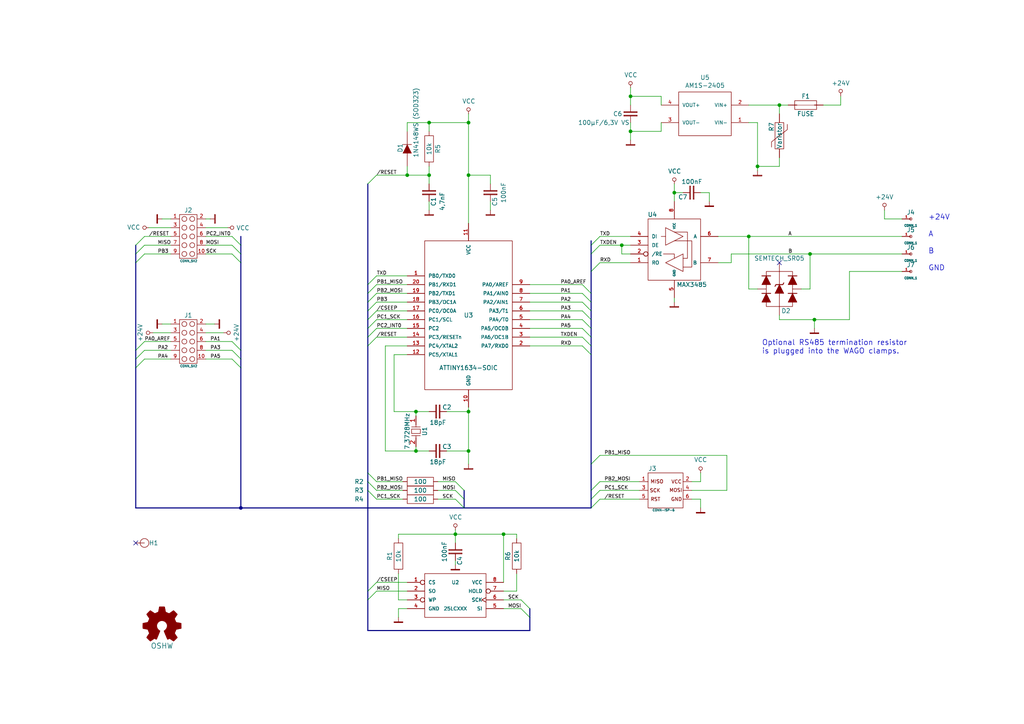
<source format=kicad_sch>
(kicad_sch (version 20211123) (generator eeschema)
  (paper "A4")
  (title_block (title "bus-module_attiny1634") (date "2019-03-06") (rev "C") (company "KoeWiBa"))
  (lib_symbols
    (symbol "bus-module_attiny1634-rescue:+24V-power" (power) (pin_numbers hide) (pin_names (offset 0))
      (property "Value" "+24V-power" (at 0 2.794 0))
      (symbol "+24V-power_0_0"
        (pin power_in line (at 0 0 90) (length 0) hide (name "+24V") (number "1"))
      )
      (symbol "+24V-power_0_1"
        (polyline (pts (xy 0 0) (xy 0 1.016) (xy 0 1.016)))
        (circle (center 0 1.524) (radius 0.508))
      )
    )
    (symbol "bus-module_attiny1634-rescue:CONN-ISP-6-connectors" (pin_names (offset 1.016))
      (property "Reference" "J" (at -3.81 6.35 0))
      (property "Value" "CONN-ISP-6-connectors" (at -3.81 -5.715 0))
      (symbol "CONN-ISP-6-connectors_0_0"
        (text "MOSI" (at 2.9718 0.0762 0) (effects (font (size 1.016 1.016))))
        (text "SCK" (at -3.048 0 0) (effects (font (size 1.016 1.016))))
        (text "VCC" (at 3.175 2.54 0) (effects (font (size 1.016 1.016))))
      )
      (symbol "CONN-ISP-6-connectors_0_1"
        (rectangle (start -5.08 5.08) (end 5.08 -5.08))
      )
      (symbol "CONN-ISP-6-connectors_1_0"
        (text "GND" (at 3.175 -2.54 0) (effects (font (size 1.016 1.016))))
        (text "MISO" (at -2.4892 2.5908 0) (effects (font (size 1.016 1.016))))
        (text "RST" (at -2.921 -2.54 0) (effects (font (size 1.016 1.016))))
      )
      (symbol "CONN-ISP-6-connectors_1_1"
        (pin passive line (at -7.62 2.54 0) (length 2.54) (name "~") (number "1"))
        (pin passive line (at 7.62 2.54 180) (length 2.54) (name "~") (number "2"))
        (pin passive line (at -7.62 0 0) (length 2.54) (name "~") (number "3"))
        (pin passive line (at 7.62 0 180) (length 2.54) (name "~") (number "4"))
        (pin passive line (at -7.62 -2.54 0) (length 2.54) (name "~") (number "5"))
        (pin passive line (at 7.62 -2.54 180) (length 2.54) (name "~") (number "6"))
      )
    )
    (symbol "bus-module_attiny1634-rescue:CONN_1-connectors" (pin_names (offset 1.016))
      (property "Reference" "J" (at 0 1.905 0))
      (property "Value" "CONN_1-connectors" (at 0 -1.905 0))
      (symbol "CONN_1-connectors_0_1"
        (circle (center 0 0) (radius 0.3556))
      )
      (symbol "CONN_1-connectors_1_1"
        (pin passive line (at -2.54 0 0) (length 2.54) (name "~") (number "1"))
      )
    )
    (symbol "bus-module_attiny1634-rescue:CONN_5X2-connectors" (pin_names (offset 1.016) hide)
      (property "Reference" "J" (at 0 7.62 0))
      (property "Value" "CONN_5X2-connectors" (at 0.127 -7.112 0))
      (symbol "CONN_5X2-connectors_0_1"
        (rectangle (start -2.54 6.35) (end 2.54 -6.35))
        (circle (center -1.143 -5.08) (radius 0.7112))
        (circle (center -1.143 -2.54) (radius 0.7112))
        (circle (center -1.143 0) (radius 0.7112))
        (circle (center -1.143 2.54) (radius 0.7112))
        (circle (center -1.143 5.08) (radius 0.7112))
        (circle (center 1.143 -5.08) (radius 0.7112))
        (circle (center 1.143 -2.54) (radius 0.7112))
        (circle (center 1.143 0) (radius 0.7112))
        (circle (center 1.143 2.54) (radius 0.7112))
        (circle (center 1.143 5.08) (radius 0.7112))
        (pin passive line (at -5.08 5.08 0) (length 2.54) (name "1") (number "1"))
        (pin passive line (at 5.08 -5.08 180) (length 2.54) (name "10") (number "10"))
        (pin passive line (at 5.08 5.08 180) (length 2.54) (name "2") (number "2"))
        (pin passive line (at -5.08 2.54 0) (length 2.54) (name "3") (number "3"))
        (pin passive line (at 5.08 2.54 180) (length 2.54) (name "4") (number "4"))
        (pin passive line (at -5.08 0 0) (length 2.54) (name "5") (number "5"))
        (pin passive line (at 5.08 0 180) (length 2.54) (name "6") (number "6"))
        (pin passive line (at -5.08 -2.54 0) (length 2.54) (name "7") (number "7"))
        (pin passive line (at 5.08 -2.54 180) (length 2.54) (name "8") (number "8"))
        (pin passive line (at -5.08 -5.08 0) (length 2.54) (name "9") (number "9"))
      )
    )
    (symbol "bus-module_attiny1634-rescue:FUSE-standard" (pin_numbers hide) (pin_names (offset 1.016) hide)
      (property "Reference" "F" (at 0 2.54 0))
      (property "Value" "FUSE-standard" (at 0 -2.54 0))
      (symbol "FUSE-standard_0_1"
        (rectangle (start -3.175 1.27) (end 3.175 -1.27) (stroke (width 0.1524)))
        (polyline (pts (xy -3.175 0) (xy 3.175 0) (xy 3.175 0)) (stroke (width 0.1016)))
      )
      (symbol "FUSE-standard_1_1"
        (pin passive line (at -5.08 0 0) (length 2.54) (name "1") (number "1"))
        (pin passive line (at 5.08 0 180) (length 2.54) (name "2") (number "2"))
      )
    )
    (symbol "bus-module_attiny1634-rescue:GND-power" (power) (pin_names (offset 0.254))
      (symbol "GND-power_0_1"
        (polyline (pts (xy 0 0) (xy 0 -1.27) (xy 0 -1.27)))
        (polyline (pts (xy 1.27 -1.397) (xy -1.27 -1.397) (xy -1.27 -1.397)))
        (polyline (pts (xy 1.27 -1.27) (xy -1.27 -1.27) (xy -1.27 -1.27)))
        (polyline (pts (xy 1.27 -1.27) (xy 1.27 -1.524) (xy -1.27 -1.524) (xy -1.27 -1.27) (xy -1.27 -1.27)))
      )
      (symbol "GND-power_1_1"
        (pin power_in line (at 0 0 90) (length 0) hide (name "GND") (number "1"))
      )
    )
    (symbol "bus-module_attiny1634-rescue:VCC-power" (power) (pin_names (offset 0))
      (property "Value" "VCC-power" (at 0 2.54 0))
      (symbol "VCC-power_0_0"
        (pin power_in line (at 0 0 90) (length 0) hide (name "VCC") (number "1"))
      )
      (symbol "VCC-power_0_1"
        (polyline (pts (xy 0 0) (xy 0 0.762) (xy 0 0.762)))
        (circle (center 0 1.27) (radius 0.508))
      )
    )
    (symbol "diodes:SEMTECH_SR05" (pin_numbers hide) (pin_names (offset 1.016) hide)
      (property "Reference" "D" (at 1.905 -6.35 0))
      (property "Value" "SEMTECH_SR05" (at 0 6.35 0))
      (symbol "SEMTECH_SR05_0_1"
        (polyline (pts (xy -5.08 -1.27) (xy -2.54 -1.27) (xy -2.54 -1.27)) (stroke (width 0.254)))
        (polyline (pts (xy -3.81 -1.27) (xy -3.81 1.27) (xy -3.81 1.27)))
        (polyline (pts (xy 0 -5.08) (xy 0 -1.27) (xy 0 -1.27)))
        (polyline (pts (xy 0 1.27) (xy 0 5.08) (xy 0 5.08)))
        (polyline (pts (xy 2.54 -1.27) (xy 5.08 -1.27) (xy 5.08 -1.27)) (stroke (width 0.254)))
        (polyline (pts (xy 2.54 3.81) (xy 5.08 3.81) (xy 5.08 3.81)) (stroke (width 0.254)))
        (polyline (pts (xy 3.81 -1.27) (xy 3.81 1.27) (xy 3.81 1.27)))
        (polyline (pts (xy -5.08 1.27) (xy -2.54 1.27) (xy -3.81 3.81) (xy -5.08 1.27) (xy -5.08 1.27)) (fill (type outline)))
        (polyline (pts (xy -5.08 3.81) (xy -2.54 3.81) (xy -2.54 3.81) (xy -2.54 3.81) (xy -2.54 3.81)) (stroke (width 0.254)))
        (polyline (pts (xy -3.81 -3.81) (xy -3.81 -5.08) (xy 3.81 -5.08) (xy 3.81 -3.81) (xy 3.81 -3.81)))
        (polyline (pts (xy -3.81 -1.27) (xy -5.08 -3.81) (xy -2.54 -3.81) (xy -3.81 -1.27) (xy -3.81 -1.27)) (fill (type outline)))
        (polyline (pts (xy -3.81 3.81) (xy -3.81 5.08) (xy 3.81 5.08) (xy 3.81 3.81) (xy 3.81 3.81)))
        (polyline (pts (xy -1.27 -1.27) (xy 1.27 -1.27) (xy 0 1.27) (xy -1.27 -1.27) (xy -1.27 -1.27)) (fill (type outline)))
        (polyline (pts (xy -1.27 0.762) (xy -1.016 1.27) (xy 1.016 1.27) (xy 1.27 1.778) (xy 1.27 1.778)) (stroke (width 0.254)))
        (polyline (pts (xy 2.54 1.27) (xy 5.08 1.27) (xy 3.81 3.81) (xy 2.54 1.27) (xy 2.54 1.27)) (fill (type outline)))
        (polyline (pts (xy 3.81 -1.27) (xy 2.54 -3.81) (xy 5.08 -3.81) (xy 3.81 -1.27) (xy 3.81 -1.27)) (fill (type outline)))
      )
      (symbol "SEMTECH_SR05_1_1"
        (pin input line (at 0 -7.62 90) (length 2.54) (name "1") (number "1"))
        (pin input line (at 0 7.62 270) (length 2.54) (name "2") (number "2"))
        (pin input line (at 6.35 0 180) (length 2.54) (name "3") (number "3"))
        (pin input line (at -6.35 0 0) (length 2.54) (name "4") (number "4"))
      )
    )
    (symbol "ics_controller_atmel:ATTINY1634-SOIC" (pin_names (offset 1.016))
      (property "Reference" "U" (at 0 0 0))
      (property "Value" "ATTINY1634-SOIC" (at 0 -15.24 0))
      (symbol "ATTINY1634-SOIC_1_0"
        (rectangle (start -12.7 -21.59) (end 12.7 21.59))
      )
      (symbol "ATTINY1634-SOIC_1_1"
        (pin bidirectional line (at 17.78 11.43 180) (length 5.08) (name "PB0/TXD0") (number "1"))
        (pin power_in line (at 0 -26.67 90) (length 5.08) (name "GND") (number "10"))
        (pin power_in line (at 0 26.67 270) (length 5.08) (name "VCC") (number "11"))
        (pin bidirectional line (at 17.78 -11.43 180) (length 5.08) (name "PC5/XTAL1") (number "12"))
        (pin bidirectional line (at 17.78 -8.89 180) (length 5.08) (name "PC4/XTAL2") (number "13"))
        (pin bidirectional line (at 17.78 -6.35 180) (length 5.08) (name "PC3/RESETn") (number "14"))
        (pin bidirectional line (at 17.78 -3.81 180) (length 5.08) (name "PC2") (number "15"))
        (pin bidirectional line (at 17.78 -1.27 180) (length 5.08) (name "PC1/SCL") (number "16"))
        (pin bidirectional line (at 17.78 1.27 180) (length 5.08) (name "PC0/OC0A") (number "17"))
        (pin bidirectional line (at 17.78 3.81 180) (length 5.08) (name "PB3/OC1A") (number "18"))
        (pin bidirectional line (at 17.78 6.35 180) (length 5.08) (name "PB2/TXD1") (number "19"))
        (pin bidirectional line (at -17.78 -8.89 0) (length 5.08) (name "PA7/RXD0") (number "2"))
        (pin bidirectional line (at 17.78 8.89 180) (length 5.08) (name "PB1/RXD1") (number "20"))
        (pin bidirectional line (at -17.78 -6.35 0) (length 5.08) (name "PA6/OC1B") (number "3"))
        (pin bidirectional line (at -17.78 -3.81 0) (length 5.08) (name "PA5/OC0B") (number "4"))
        (pin bidirectional line (at -17.78 -1.27 0) (length 5.08) (name "PA4/T0") (number "5"))
        (pin input line (at -17.78 1.27 0) (length 5.08) (name "PA3/T1") (number "6"))
        (pin bidirectional line (at -17.78 3.81 0) (length 5.08) (name "PA2/AIN1") (number "7"))
        (pin bidirectional line (at -17.78 6.35 0) (length 5.08) (name "PA1/AIN0") (number "8"))
        (pin bidirectional line (at -17.78 8.89 0) (length 5.08) (name "PA0/AREF") (number "9"))
      )
    )
    (symbol "ics_misc:MAX487" (pin_names (offset 1.016))
      (property "Reference" "U" (at -6.35 10.16 0))
      (property "Value" "MAX487" (at 5.08 -10.16 0))
      (symbol "MAX487_0_1"
        (polyline (pts (xy -2.54 3.81) (xy -3.81 3.81) (xy -3.81 3.81)))
        (polyline (pts (xy 0 -2.54) (xy 0 -1.27) (xy -3.175 -1.27)) (stroke (width 0.1524)))
        (polyline (pts (xy 2.54 -1.27) (xy 2.54 -6.35) (xy -2.54 -3.81) (xy 2.54 -1.27)) (stroke (width 0.1524)))
        (polyline (pts (xy -2.54 6.35) (xy 2.54 3.81) (xy -2.54 1.27) (xy -2.54 6.35) (xy -2.54 6.35)))
        (polyline (pts (xy 0 2.54) (xy 5.08 2.54) (xy 5.08 -5.08) (xy 2.54 -5.08) (xy 2.54 -5.08)))
        (polyline (pts (xy 0 5.08) (xy 3.81 5.08) (xy 3.81 -2.54) (xy 2.54 -2.54) (xy 2.54 -2.54)) (stroke (width 0.1524)))
        (rectangle (start 7.62 8.89) (end -7.62 -8.89) (stroke (width 0.1524)))
        (pin output line (at -12.7 -3.81 0) (length 5.08) (name "RO") (number "1"))
      )
      (symbol "MAX487_1_1"
        (pin input inverted (at -12.7 -1.27 0) (length 5.08) (name "/RE") (number "2"))
        (pin input line (at -12.7 1.27 0) (length 5.08) (name "DE") (number "3"))
        (pin input line (at -12.7 3.81 0) (length 5.08) (name "DI") (number "4"))
        (pin power_out line (at 0 -13.97 90) (length 5.08) (name "GND") (number "5"))
        (pin bidirectional line (at 12.7 3.81 180) (length 5.08) (name "A") (number "6"))
        (pin bidirectional line (at 12.7 -3.81 180) (length 5.08) (name "B") (number "7"))
        (pin power_in line (at 0 13.97 270) (length 5.08) (name "VCC") (number "8"))
      )
    )
    (symbol "ics_peripheral:25LCXXX" (pin_names (offset 1.016))
      (property "Reference" "U" (at 0 3.81 0))
      (property "Value" "25LCXXX" (at 0 -3.81 0))
      (symbol "25LCXXX_1_0"
        (rectangle (start -8.89 -6.35) (end 8.89 6.35))
      )
      (symbol "25LCXXX_1_1"
        (pin input inverted (at -13.97 3.81 0) (length 5.08) (name "CS") (number "1"))
        (pin output line (at -13.97 1.27 0) (length 5.08) (name "SO") (number "2"))
        (pin input inverted (at -13.97 -1.27 0) (length 5.08) (name "WP") (number "3"))
        (pin power_in line (at -13.97 -3.81 0) (length 5.08) (name "GND") (number "4"))
        (pin input line (at 13.97 -3.81 180) (length 5.08) (name "SI") (number "5"))
        (pin input clock (at 13.97 -1.27 180) (length 5.08) (name "SCK") (number "6"))
        (pin bidirectional inverted (at 13.97 1.27 180) (length 5.08) (name "HOLD") (number "7"))
        (pin power_in line (at 13.97 3.81 180) (length 5.08) (name "VCC") (number "8"))
      )
    )
    (symbol "ics_regulator:AM1S-2405" (pin_names (offset 1.016))
      (property "Reference" "U" (at 0 0 0))
      (property "Value" "AM1S-2405" (at 0 -5.08 0))
      (symbol "AM1S-2405_1_0"
        (rectangle (start -7.62 -6.35) (end 7.62 6.35))
      )
      (symbol "AM1S-2405_1_1"
        (pin passive line (at -12.7 -2.54 0) (length 5.08) (name "VIN-") (number "1"))
        (pin power_in line (at -12.7 2.54 0) (length 5.08) (name "VIN+") (number "2"))
        (pin passive line (at 12.7 -2.54 180) (length 5.08) (name "VOUT-") (number "3"))
        (pin power_out line (at 12.7 2.54 180) (length 5.08) (name "VOUT+") (number "4"))
      )
    )
    (symbol "logo:OPEN_HARDWARE_1" (pin_names (offset 1.016))
      (property "Reference" "LOGO" (at 0 6.985 0))
      (property "Value" "OPEN_HARDWARE_1" (at 0 -5.715 0))
      (symbol "OPEN_HARDWARE_1_0_1"
        (polyline (pts (xy 3.3528 -4.3434) (xy 3.302 -4.318) (xy 3.175 -4.2418) (xy 2.9972 -4.1148) (xy 2.7686 -3.9624) (xy 2.54 -3.81) (xy 2.3622 -3.7084) (xy 2.2352 -3.6068) (xy 2.1844 -3.5814) (xy 2.159 -3.6068) (xy 2.0574 -3.6576) (xy 1.905 -3.7338) (xy 1.8034 -3.7846) (xy 1.6764 -3.8354) (xy 1.6002 -3.8354) (xy 1.6002 -3.8354) (xy 1.5494 -3.7338) (xy 1.4732 -3.5306) (xy 1.3462 -3.302) (xy 1.2446 -3.0226) (xy 1.1176 -2.7178) (xy 0.9652 -2.413) (xy 0.8636 -2.1082) (xy 0.7366 -1.8288) (xy 0.6604 -1.6256) (xy 0.6096 -1.4732) (xy 0.5842 -1.397) (xy 0.5842 -1.397) (xy 0.6604 -1.3208) (xy 0.7874 -1.2446) (xy 1.0414 -1.016) (xy 1.2954 -0.6858) (xy 1.4478 -0.3302) (xy 1.524 0.0762) (xy 1.4732 0.4572) (xy 1.3208 0.8128) (xy 1.0668 1.143) (xy 0.762 1.3716) (xy 0.4064 1.524) (xy 0 1.5748) (xy -0.381 1.5494) (xy -0.7366 1.397) (xy -1.0668 1.143) (xy -1.2192 0.9906) (xy -1.397 0.6604) (xy -1.524 0.3048) (xy -1.524 0.2286) (xy -1.4986 -0.1778) (xy -1.397 -0.5334) (xy -1.1938 -0.8636) (xy -0.9144 -1.143) (xy -0.8636 -1.1684) (xy -0.7366 -1.27) (xy -0.635 -1.3462) (xy -0.5842 -1.397) (xy -1.0668 -2.5908) (xy -1.143 -2.794) (xy -1.2954 -3.1242) (xy -1.397 -3.4036) (xy -1.4986 -3.6322) (xy -1.5748 -3.7846) (xy -1.6002 -3.8354) (xy -1.6002 -3.8354) (xy -1.651 -3.8354) (xy -1.7272 -3.81) (xy -1.905 -3.7338) (xy -2.0066 -3.683) (xy -2.1336 -3.6068) (xy -2.2098 -3.5814) (xy -2.2606 -3.6068) (xy -2.3622 -3.683) (xy -2.54 -3.81) (xy -2.7686 -3.9624) (xy -2.9718 -4.0894) (xy -3.1496 -4.2164) (xy -3.302 -4.318) (xy -3.3528 -4.3434) (xy -3.3782 -4.3434) (xy -3.429 -4.318) (xy -3.5306 -4.2164) (xy -3.7084 -4.064) (xy -3.937 -3.8354) (xy -3.9624 -3.81) (xy -4.1656 -3.6068) (xy -4.318 -3.4544) (xy -4.4196 -3.3274) (xy -4.445 -3.2766) (xy -4.445 -3.2766) (xy -4.4196 -3.2258) (xy -4.318 -3.0734) (xy -4.2164 -2.8956) (xy -4.064 -2.667) (xy -3.6576 -2.0828) (xy -3.8862 -1.5494) (xy -3.937 -1.3716) (xy -4.0386 -1.1684) (xy -4.0894 -1.0414) (xy -4.1148 -0.9652) (xy -4.191 -0.9398) (xy -4.318 -0.9144) (xy -4.5466 -0.8636) (xy -4.8006 -0.8128) (xy -5.0546 -0.7874) (xy -5.2578 -0.7366) (xy -5.4356 -0.7112) (xy -5.5118 -0.6858) (xy -5.5118 -0.6858) (xy -5.5372 -0.635) (xy -5.5372 -0.5588) (xy -5.5372 -0.4318) (xy -5.5626 -0.2286) (xy -5.5626 0.0762) (xy -5.5626 0.127) (xy -5.5372 0.4064) (xy -5.5372 0.635) (xy -5.5372 0.762) (xy -5.5372 0.8382) (xy -5.5372 0.8382) (xy -5.461 0.8382) (xy -5.3086 0.889) (xy -5.08 0.9144) (xy -4.826 0.9652) (xy -4.8006 0.9906) (xy -4.5466 1.0414) (xy -4.318 1.0668) (xy -4.1656 1.1176) (xy -4.0894 1.143) (xy -4.0894 1.143) (xy -4.0386 1.2446) (xy -3.9624 1.4224) (xy -3.8608 1.6256) (xy -3.7846 1.8288) (xy -3.7084 2.0066) (xy -3.6576 2.159) (xy -3.6322 2.2098) (xy -3.6322 2.2098) (xy -3.683 2.286) (xy -3.7592 2.413) (xy -3.8862 2.5908) (xy -4.064 2.8194) (xy -4.064 2.8448) (xy -4.2164 3.0734) (xy -4.3434 3.2512) (xy -4.4196 3.3782) (xy -4.445 3.4544) (xy -4.445 3.4544) (xy -4.3942 3.5052) (xy -4.2926 3.6322) (xy -4.1148 3.81) (xy -3.937 4.0132) (xy -3.8608 4.064) (xy -3.6576 4.2926) (xy -3.5052 4.4196) (xy -3.4036 4.4958) (xy -3.3528 4.5212) (xy -3.3528 4.5212) (xy -3.302 4.4704) (xy -3.1496 4.3688) (xy -2.9718 4.2418) (xy -2.7432 4.0894) (xy -2.7178 4.0894) (xy -2.4892 3.937) (xy -2.3114 3.81) (xy -2.1844 3.7084) (xy -2.1336 3.683) (xy -2.1082 3.683) (xy -2.032 3.7084) (xy -1.8542 3.7592) (xy -1.6764 3.8354) (xy -1.4732 3.937) (xy -1.27 4.0132) (xy -1.143 4.064) (xy -1.0668 4.1148) (xy -1.0668 4.1148) (xy -1.0414 4.191) (xy -1.016 4.3434) (xy -0.9652 4.572) (xy -0.9144 4.8514) (xy -0.889 4.9022) (xy -0.8382 5.1562) (xy -0.8128 5.3848) (xy -0.7874 5.5372) (xy -0.762 5.588) (xy -0.7112 5.6134) (xy -0.5842 5.6134) (xy -0.4064 5.6134) (xy -0.1524 5.6134) (xy 0.0762 5.6134) (xy 0.3302 5.6134) (xy 0.5334 5.6134) (xy 0.6858 5.588) (xy 0.7366 5.588) (xy 0.7366 5.588) (xy 0.762 5.5118) (xy 0.8128 5.334) (xy 0.8382 5.1054) (xy 0.9144 4.826) (xy 0.9144 4.7752) (xy 0.9652 4.5212) (xy 1.016 4.2926) (xy 1.0414 4.1402) (xy 1.0668 4.0894) (xy 1.0668 4.0894) (xy 1.1938 4.0386) (xy 1.3716 3.9624) (xy 1.5748 3.8608) (xy 2.0828 3.6576) (xy 2.7178 4.0894) (xy 2.7686 4.1402) (xy 2.9972 4.2926) (xy 3.175 4.4196) (xy 3.302 4.4958) (xy 3.3782 4.5212) (xy 3.3782 4.5212) (xy 3.429 4.4704) (xy 3.556 4.3434) (xy 3.7338 4.191) (xy 3.9116 3.9878) (xy 4.064 3.8354) (xy 4.2418 3.6576) (xy 4.3434 3.556) (xy 4.4196 3.4798) (xy 4.4196 3.429) (xy 4.4196 3.4036) (xy 4.3942 3.3274) (xy 4.2926 3.2004) (xy 4.1656 2.9972) (xy 4.0132 2.794) (xy 3.8862 2.5908) (xy 3.7592 2.3876) (xy 3.6576 2.2352) (xy 3.6322 2.159) (xy 3.6322 2.1336) (xy 3.683 2.0066) (xy 3.7592 1.8288) (xy 3.8608 1.6002) (xy 4.064 1.1176) (xy 4.3942 1.0414) (xy 4.5974 1.016) (xy 4.8768 0.9652) (xy 5.1308 0.9144) (xy 5.5372 0.8382) (xy 5.5626 -0.6604) (xy 5.4864 -0.6858) (xy 5.4356 -0.6858) (xy 5.2832 -0.7366) (xy 5.0546 -0.762) (xy 4.8006 -0.8128) (xy 4.5974 -0.8636) (xy 4.3688 -0.9144) (xy 4.2164 -0.9398) (xy 4.1402 -0.9398) (xy 4.1148 -0.9652) (xy 4.064 -1.0668) (xy 3.9878 -1.2446) (xy 3.9116 -1.4478) (xy 3.81 -1.651) (xy 3.7338 -1.8542) (xy 3.683 -2.0066) (xy 3.6576 -2.0828) (xy 3.683 -2.1336) (xy 3.7846 -2.2606) (xy 3.8862 -2.4638) (xy 4.0386 -2.667) (xy 4.191 -2.8956) (xy 4.318 -3.0734) (xy 4.3942 -3.2004) (xy 4.445 -3.2766) (xy 4.4196 -3.3274) (xy 4.3434 -3.429) (xy 4.1656 -3.5814) (xy 3.937 -3.8354) (xy 3.8862 -3.8608) (xy 3.683 -4.064) (xy 3.5306 -4.2164) (xy 3.4036 -4.318) (xy 3.3528 -4.3434)) (fill (type outline)))
      )
    )
    (symbol "standard:C" (pin_numbers hide) (pin_names (offset 1.016) hide)
      (property "Reference" "C" (at 1.27 1.27 0))
      (property "Value" "C" (at 0 -3.175 0))
      (symbol "C_0_1"
        (polyline (pts (xy -0.508 -1.905) (xy -0.508 1.905) (xy -0.508 1.905)))
        (polyline (pts (xy -0.381 -1.905) (xy -0.635 -1.905) (xy -0.635 -1.905)))
        (polyline (pts (xy -0.381 1.905) (xy -0.635 1.905) (xy -0.635 1.905)))
        (polyline (pts (xy -0.381 1.905) (xy -0.381 -1.905) (xy -0.381 -1.905)))
        (polyline (pts (xy 0.381 1.905) (xy 0.381 -1.905) (xy 0.381 -1.905)))
        (polyline (pts (xy 0.508 -1.905) (xy 0.508 1.905) (xy 0.508 1.905)))
        (polyline (pts (xy 0.635 -1.905) (xy 0.381 -1.905) (xy 0.381 -1.905)))
        (polyline (pts (xy 0.635 -1.905) (xy 0.635 1.905) (xy 0.635 1.905)))
        (polyline (pts (xy 0.635 1.905) (xy 0.381 1.905) (xy 0.381 1.905)))
        (polyline (pts (xy -0.635 1.905) (xy -0.635 -1.905) (xy -0.635 -1.905) (xy -0.635 -1.905)))
      )
      (symbol "C_1_1"
        (pin input line (at -2.54 0 0) (length 1.905) (name "1") (number "1"))
        (pin input line (at 2.54 0 180) (length 1.905) (name "2") (number "2"))
      )
    )
    (symbol "standard:CRYSTAL" (pin_names (offset 1.016))
      (property "Reference" "U" (at 4.445 2.54 0))
      (property "Value" "CRYSTAL" (at 4.445 -2.54 0))
      (symbol "CRYSTAL_0_1"
        (polyline (pts (xy 2.54 0) (xy 3.175 0) (xy 3.175 0)))
        (polyline (pts (xy 3.175 1.27) (xy 3.175 -1.27) (xy 3.175 -1.27)))
        (polyline (pts (xy 5.715 1.27) (xy 5.715 -1.27) (xy 5.715 -1.27)))
        (polyline (pts (xy 6.35 0) (xy 5.715 0) (xy 5.715 0)))
        (rectangle (start 3.81 1.27) (end 5.08 -1.27))
      )
      (symbol "CRYSTAL_1_1"
        (pin output line (at 0 0 0) (length 2.54) (name "~") (number "1"))
        (pin output line (at 8.89 0 180) (length 2.54) (name "~") (number "2"))
      )
    )
    (symbol "standard:D" (pin_numbers hide) (pin_names (offset 1.016) hide)
      (property "Reference" "D" (at 0.254 2.032 0))
      (property "Value" "D" (at 0 -1.905 0))
      (symbol "D_0_1"
        (polyline (pts (xy -1.27 0) (xy -2.54 0) (xy -2.54 0)))
        (polyline (pts (xy 1.27 1.27) (xy 1.27 -1.27) (xy 1.27 -1.27) (xy 1.27 -1.27)))
        (polyline (pts (xy 1.27 0) (xy -1.27 -1.27) (xy -1.27 1.27) (xy 1.27 0) (xy 1.27 0)) (stroke (width 0.0254)) (fill (type outline)))
        (polyline (pts (xy 2.54 0) (xy 1.27 0) (xy 1.27 0) (xy 1.27 0) (xy 1.27 0)))
      )
      (symbol "D_1_1"
        (pin input line (at -5.08 0 0) (length 2.54) (name "A") (number "1"))
        (pin input line (at 5.08 0 180) (length 2.54) (name "C") (number "2"))
      )
    )
    (symbol "standard:HOLE" (pin_numbers hide) (pin_names (offset 1.016) hide)
      (property "Reference" "H" (at 2.54 0 0))
      (symbol "HOLE_0_1"
        (circle (center 1.27 0) (radius 1.27))
      )
      (symbol "HOLE_1_1"
        (pin unspecified line (at -1.27 0 0) (length 2.54) (name "~") (number "1"))
      )
    )
    (symbol "standard:R" (pin_numbers hide) (pin_names (offset 1.016) hide)
      (property "Reference" "R" (at 0 -2.54 0))
      (property "Value" "R" (at 0 0 0))
      (symbol "R_0_1"
        (rectangle (start -3.81 1.27) (end 3.81 -1.27))
      )
      (symbol "R_1_1"
        (pin passive line (at -5.08 0 0) (length 1.27) (name "1") (number "1"))
        (pin passive line (at 5.08 0 180) (length 1.27) (name "2") (number "2"))
      )
    )
    (symbol "standard:Varistor" (pin_numbers hide) (pin_names (offset 1.016) hide)
      (property "Reference" "R" (at -3.937 -2.286 0))
      (property "Value" "Varistor" (at 0 0 0))
      (symbol "Varistor_0_1"
        (rectangle (start -3.81 1.27) (end 3.81 -1.27) (stroke (width 0.1524)))
        (polyline (pts (xy -3.302 2.286) (xy -1.778 2.286) (xy 1.778 -2.286) (xy 3.302 -2.286) (xy 2.794 -2.286) (xy 2.794 -2.286)) (stroke (width 0.1524)))
      )
      (symbol "Varistor_1_1"
        (pin input line (at -6.35 0 0) (length 2.54) (name "1") (number "1"))
        (pin input line (at 6.35 0 180) (length 2.54) (name "2") (number "2"))
      )
    )
  )
  (junction (at 132.08 154.94))
  (junction (at 226.06 30.48))
  (junction (at 195.58 55.88))
  (junction (at 180.34 71.12))
  (junction (at 236.22 92.71))
  (junction (at 146.05 154.94))
  (junction (at 135.89 130.81))
  (junction (at 120.65 119.38))
  (junction (at 135.89 35.56))
  (junction (at 120.65 130.81))
  (junction (at 219.71 48.26))
  (junction (at 118.11 50.8))
  (junction (at 182.88 27.94))
  (junction (at 124.46 35.56))
  (junction (at 135.89 50.8))
  (junction (at 234.95 73.66))
  (junction (at 69.85 147.32))
  (junction (at 124.46 50.8))
  (junction (at 217.17 68.58))
  (junction (at 135.89 119.38))
  (junction (at 182.88 38.1))
  (no_connect (at 226.06 76.2))
  (no_connect (at 39.37 157.48))
  (bus_entry (at 106.68 92.71) (size 2.54 -2.54))
  (bus_entry (at 106.68 95.25) (size 2.54 -2.54))
  (bus_entry (at 151.13 176.53) (size 2.54 2.54))
  (bus_entry (at 106.68 90.17) (size 2.54 -2.54))
  (bus_entry (at 171.45 147.32) (size 2.54 -2.54))
  (bus_entry (at 67.31 68.58) (size 2.54 2.54))
  (bus_entry (at 67.31 71.12) (size 2.54 2.54))
  (bus_entry (at 168.91 85.09) (size 2.54 2.54))
  (bus_entry (at 106.68 173.99) (size 2.54 -2.54))
  (bus_entry (at 106.68 137.16) (size 2.54 2.54))
  (bus_entry (at 171.45 78.74) (size 2.54 -2.54))
  (bus_entry (at 39.37 71.12) (size 2.54 -2.54))
  (bus_entry (at 168.91 97.79) (size 2.54 2.54))
  (bus_entry (at 168.91 82.55) (size 2.54 2.54))
  (bus_entry (at 171.45 73.66) (size 2.54 -2.54))
  (bus_entry (at 67.31 101.6) (size 2.54 2.54))
  (bus_entry (at 171.45 144.78) (size 2.54 -2.54))
  (bus_entry (at 39.37 76.2) (size 2.54 -2.54))
  (bus_entry (at 168.91 100.33) (size 2.54 2.54))
  (bus_entry (at 106.68 100.33) (size 2.54 -2.54))
  (bus_entry (at 67.31 73.66) (size 2.54 2.54))
  (bus_entry (at 106.68 139.7) (size 2.54 2.54))
  (bus_entry (at 106.68 87.63) (size 2.54 -2.54))
  (bus_entry (at 168.91 95.25) (size 2.54 2.54))
  (bus_entry (at 67.31 104.14) (size 2.54 2.54))
  (bus_entry (at 132.08 139.7) (size 2.54 2.54))
  (bus_entry (at 39.37 73.66) (size 2.54 -2.54))
  (bus_entry (at 106.68 53.34) (size 2.54 -2.54))
  (bus_entry (at 106.68 171.45) (size 2.54 -2.54))
  (bus_entry (at 168.91 92.71) (size 2.54 2.54))
  (bus_entry (at 106.68 82.55) (size 2.54 -2.54))
  (bus_entry (at 67.31 99.06) (size 2.54 2.54))
  (bus_entry (at 39.37 106.68) (size 2.54 -2.54))
  (bus_entry (at 151.13 173.99) (size 2.54 2.54))
  (bus_entry (at 132.08 142.24) (size 2.54 2.54))
  (bus_entry (at 106.68 85.09) (size 2.54 -2.54))
  (bus_entry (at 106.68 97.79) (size 2.54 -2.54))
  (bus_entry (at 39.37 104.14) (size 2.54 -2.54))
  (bus_entry (at 171.45 142.24) (size 2.54 -2.54))
  (bus_entry (at 171.45 134.62) (size 2.54 -2.54))
  (bus_entry (at 132.08 144.78) (size 2.54 2.54))
  (bus_entry (at 168.91 87.63) (size 2.54 2.54))
  (bus_entry (at 106.68 142.24) (size 2.54 2.54))
  (bus_entry (at 39.37 101.6) (size 2.54 -2.54))
  (bus_entry (at 171.45 71.12) (size 2.54 -2.54))
  (bus_entry (at 168.91 90.17) (size 2.54 2.54))
  (wire (pts (xy 173.99 76.2) (xy 182.88 76.2)))
  (wire (pts (xy 203.2 55.88) (xy 205.74 55.88)))
  (wire (pts (xy 135.89 130.81) (xy 135.89 134.62)))
  (wire (pts (xy 115.57 176.53) (xy 115.57 179.07)))
  (wire (pts (xy 114.3 102.87) (xy 114.3 119.38)))
  (wire (pts (xy 226.06 91.44) (xy 226.06 92.71)))
  (wire (pts (xy 212.09 73.66) (xy 234.95 73.66)))
  (wire (pts (xy 149.86 154.94) (xy 149.86 156.21)))
  (wire (pts (xy 44.45 96.52) (xy 49.53 96.52)))
  (wire (pts (xy 168.91 100.33) (xy 153.67 100.33)))
  (bus (pts (xy 69.85 104.14) (xy 69.85 106.68)))
  (wire (pts (xy 153.67 87.63) (xy 168.91 87.63)))
  (wire (pts (xy 41.91 104.14) (xy 49.53 104.14)))
  (wire (pts (xy 120.65 129.54) (xy 120.65 130.81)))
  (wire (pts (xy 120.65 119.38) (xy 124.46 119.38)))
  (wire (pts (xy 185.42 139.7) (xy 173.99 139.7)))
  (wire (pts (xy 168.91 85.09) (xy 153.67 85.09)))
  (bus (pts (xy 171.45 102.87) (xy 171.45 134.62)))
  (bus (pts (xy 106.68 137.16) (xy 106.68 139.7)))
  (wire (pts (xy 118.11 95.25) (xy 109.22 95.25)))
  (wire (pts (xy 118.11 80.01) (xy 109.22 80.01)))
  (wire (pts (xy 109.22 139.7) (xy 116.84 139.7)))
  (wire (pts (xy 118.11 90.17) (xy 109.22 90.17)))
  (wire (pts (xy 118.11 82.55) (xy 109.22 82.55)))
  (bus (pts (xy 106.68 90.17) (xy 106.68 92.71)))
  (wire (pts (xy 132.08 162.56) (xy 132.08 163.83)))
  (wire (pts (xy 43.18 66.04) (xy 49.53 66.04)))
  (wire (pts (xy 49.53 101.6) (xy 41.91 101.6)))
  (wire (pts (xy 116.84 142.24) (xy 109.22 142.24)))
  (wire (pts (xy 146.05 176.53) (xy 151.13 176.53)))
  (wire (pts (xy 203.2 139.7) (xy 203.2 137.16)))
  (wire (pts (xy 135.89 35.56) (xy 135.89 50.8)))
  (bus (pts (xy 134.62 144.78) (xy 134.62 147.32)))
  (wire (pts (xy 67.31 71.12) (xy 59.69 71.12)))
  (wire (pts (xy 118.11 171.45) (xy 109.22 171.45)))
  (bus (pts (xy 106.68 82.55) (xy 106.68 85.09)))
  (wire (pts (xy 118.11 100.33) (xy 111.76 100.33)))
  (wire (pts (xy 109.22 85.09) (xy 118.11 85.09)))
  (bus (pts (xy 39.37 147.32) (xy 69.85 147.32)))
  (wire (pts (xy 124.46 58.42) (xy 124.46 60.96)))
  (bus (pts (xy 39.37 71.12) (xy 39.37 73.66)))
  (bus (pts (xy 171.45 78.74) (xy 171.45 85.09)))
  (bus (pts (xy 171.45 95.25) (xy 171.45 97.79)))
  (wire (pts (xy 109.22 168.91) (xy 118.11 168.91)))
  (wire (pts (xy 226.06 33.02) (xy 226.06 30.48)))
  (wire (pts (xy 149.86 166.37) (xy 149.86 171.45)))
  (wire (pts (xy 46.99 63.5) (xy 49.53 63.5)))
  (wire (pts (xy 109.22 92.71) (xy 118.11 92.71)))
  (wire (pts (xy 132.08 157.48) (xy 132.08 154.94)))
  (wire (pts (xy 153.67 82.55) (xy 168.91 82.55)))
  (bus (pts (xy 69.85 147.32) (xy 134.62 147.32)))
  (bus (pts (xy 69.85 76.2) (xy 69.85 101.6)))
  (bus (pts (xy 106.68 95.25) (xy 106.68 97.79)))
  (wire (pts (xy 208.28 68.58) (xy 217.17 68.58)))
  (wire (pts (xy 118.11 35.56) (xy 124.46 35.56)))
  (wire (pts (xy 118.11 176.53) (xy 115.57 176.53)))
  (wire (pts (xy 111.76 130.81) (xy 120.65 130.81)))
  (wire (pts (xy 261.62 78.74) (xy 246.38 78.74)))
  (wire (pts (xy 182.88 35.56) (xy 182.88 38.1)))
  (wire (pts (xy 217.17 35.56) (xy 219.71 35.56)))
  (wire (pts (xy 135.89 118.11) (xy 135.89 119.38)))
  (wire (pts (xy 246.38 78.74) (xy 246.38 92.71)))
  (wire (pts (xy 173.99 68.58) (xy 182.88 68.58)))
  (wire (pts (xy 195.58 86.36) (xy 195.58 87.63)))
  (wire (pts (xy 212.09 73.66) (xy 212.09 76.2)))
  (wire (pts (xy 180.34 71.12) (xy 182.88 71.12)))
  (wire (pts (xy 67.31 101.6) (xy 59.69 101.6)))
  (wire (pts (xy 124.46 50.8) (xy 124.46 53.34)))
  (wire (pts (xy 217.17 83.82) (xy 217.17 68.58)))
  (wire (pts (xy 180.34 73.66) (xy 180.34 71.12)))
  (wire (pts (xy 243.84 27.94) (xy 243.84 30.48)))
  (wire (pts (xy 226.06 45.72) (xy 226.06 48.26)))
  (wire (pts (xy 195.58 53.34) (xy 195.58 55.88)))
  (wire (pts (xy 182.88 38.1) (xy 182.88 40.64)))
  (bus (pts (xy 171.45 97.79) (xy 171.45 100.33)))
  (bus (pts (xy 171.45 134.62) (xy 171.45 142.24)))
  (wire (pts (xy 132.08 154.94) (xy 146.05 154.94)))
  (wire (pts (xy 115.57 154.94) (xy 115.57 156.21)))
  (wire (pts (xy 219.71 83.82) (xy 217.17 83.82)))
  (bus (pts (xy 39.37 104.14) (xy 39.37 106.68)))
  (wire (pts (xy 168.91 92.71) (xy 153.67 92.71)))
  (wire (pts (xy 153.67 95.25) (xy 168.91 95.25)))
  (wire (pts (xy 109.22 144.78) (xy 116.84 144.78)))
  (wire (pts (xy 200.66 144.78) (xy 203.2 144.78)))
  (wire (pts (xy 200.66 139.7) (xy 203.2 139.7)))
  (wire (pts (xy 232.41 83.82) (xy 234.95 83.82)))
  (wire (pts (xy 234.95 73.66) (xy 261.62 73.66)))
  (bus (pts (xy 106.68 142.24) (xy 106.68 171.45)))
  (wire (pts (xy 59.69 63.5) (xy 60.96 63.5)))
  (wire (pts (xy 118.11 50.8) (xy 124.46 50.8)))
  (wire (pts (xy 195.58 55.88) (xy 195.58 58.42)))
  (bus (pts (xy 134.62 142.24) (xy 134.62 144.78)))
  (wire (pts (xy 173.99 132.08) (xy 210.82 132.08)))
  (wire (pts (xy 142.24 53.34) (xy 142.24 50.8)))
  (bus (pts (xy 106.68 100.33) (xy 106.68 137.16)))
  (wire (pts (xy 149.86 171.45) (xy 146.05 171.45)))
  (wire (pts (xy 129.54 119.38) (xy 135.89 119.38)))
  (bus (pts (xy 134.62 147.32) (xy 171.45 147.32)))
  (wire (pts (xy 261.62 63.5) (xy 256.54 63.5)))
  (bus (pts (xy 171.45 90.17) (xy 171.45 92.71)))
  (wire (pts (xy 59.69 93.98) (xy 62.23 93.98)))
  (wire (pts (xy 198.12 55.88) (xy 195.58 55.88)))
  (wire (pts (xy 146.05 154.94) (xy 149.86 154.94)))
  (wire (pts (xy 182.88 25.4) (xy 182.88 27.94)))
  (wire (pts (xy 115.57 173.99) (xy 115.57 166.37)))
  (wire (pts (xy 226.06 30.48) (xy 217.17 30.48)))
  (wire (pts (xy 118.11 48.26) (xy 118.11 50.8)))
  (wire (pts (xy 151.13 173.99) (xy 146.05 173.99)))
  (bus (pts (xy 171.45 73.66) (xy 171.45 78.74)))
  (wire (pts (xy 118.11 87.63) (xy 109.22 87.63)))
  (wire (pts (xy 59.69 96.52) (xy 64.77 96.52)))
  (wire (pts (xy 124.46 35.56) (xy 124.46 38.1)))
  (wire (pts (xy 118.11 38.1) (xy 118.11 35.56)))
  (bus (pts (xy 171.45 142.24) (xy 171.45 144.78)))
  (wire (pts (xy 142.24 58.42) (xy 142.24 60.96)))
  (wire (pts (xy 236.22 95.25) (xy 236.22 92.71)))
  (wire (pts (xy 173.99 71.12) (xy 180.34 71.12)))
  (wire (pts (xy 168.91 90.17) (xy 153.67 90.17)))
  (bus (pts (xy 69.85 106.68) (xy 69.85 147.32)))
  (wire (pts (xy 127 142.24) (xy 132.08 142.24)))
  (bus (pts (xy 106.68 139.7) (xy 106.68 142.24)))
  (wire (pts (xy 135.89 119.38) (xy 135.89 130.81)))
  (wire (pts (xy 217.17 68.58) (xy 261.62 68.58)))
  (bus (pts (xy 171.45 92.71) (xy 171.45 95.25)))
  (bus (pts (xy 106.68 97.79) (xy 106.68 100.33)))
  (wire (pts (xy 205.74 55.88) (xy 205.74 58.42)))
  (wire (pts (xy 210.82 132.08) (xy 210.82 142.24)))
  (wire (pts (xy 59.69 99.06) (xy 67.31 99.06)))
  (bus (pts (xy 171.45 144.78) (xy 171.45 147.32)))
  (wire (pts (xy 114.3 119.38) (xy 120.65 119.38)))
  (wire (pts (xy 191.77 35.56) (xy 191.77 38.1)))
  (wire (pts (xy 234.95 83.82) (xy 234.95 73.66)))
  (wire (pts (xy 124.46 48.26) (xy 124.46 50.8)))
  (wire (pts (xy 132.08 153.67) (xy 132.08 154.94)))
  (wire (pts (xy 173.99 142.24) (xy 185.42 142.24)))
  (bus (pts (xy 153.67 182.88) (xy 106.68 182.88)))
  (wire (pts (xy 135.89 33.02) (xy 135.89 35.56)))
  (bus (pts (xy 106.68 173.99) (xy 106.68 182.88)))
  (wire (pts (xy 41.91 71.12) (xy 49.53 71.12)))
  (wire (pts (xy 118.11 102.87) (xy 114.3 102.87)))
  (wire (pts (xy 219.71 35.56) (xy 219.71 48.26)))
  (wire (pts (xy 219.71 48.26) (xy 219.71 49.53)))
  (wire (pts (xy 226.06 92.71) (xy 236.22 92.71)))
  (wire (pts (xy 41.91 73.66) (xy 49.53 73.66)))
  (wire (pts (xy 135.89 50.8) (xy 135.89 64.77)))
  (wire (pts (xy 118.11 173.99) (xy 115.57 173.99)))
  (bus (pts (xy 69.85 68.58) (xy 69.85 71.12)))
  (bus (pts (xy 106.68 85.09) (xy 106.68 87.63)))
  (wire (pts (xy 109.22 50.8) (xy 118.11 50.8)))
  (wire (pts (xy 41.91 99.06) (xy 49.53 99.06)))
  (bus (pts (xy 69.85 71.12) (xy 69.85 73.66)))
  (wire (pts (xy 191.77 38.1) (xy 182.88 38.1)))
  (bus (pts (xy 106.68 92.71) (xy 106.68 95.25)))
  (bus (pts (xy 171.45 85.09) (xy 171.45 87.63)))
  (wire (pts (xy 132.08 144.78) (xy 127 144.78)))
  (wire (pts (xy 59.69 66.04) (xy 66.04 66.04)))
  (bus (pts (xy 39.37 101.6) (xy 39.37 104.14)))
  (wire (pts (xy 118.11 97.79) (xy 109.22 97.79)))
  (wire (pts (xy 59.69 104.14) (xy 67.31 104.14)))
  (bus (pts (xy 106.68 87.63) (xy 106.68 90.17)))
  (wire (pts (xy 236.22 92.71) (xy 246.38 92.71)))
  (wire (pts (xy 228.6 30.48) (xy 226.06 30.48)))
  (bus (pts (xy 69.85 101.6) (xy 69.85 104.14)))
  (wire (pts (xy 182.88 30.48) (xy 182.88 27.94)))
  (wire (pts (xy 142.24 50.8) (xy 135.89 50.8)))
  (wire (pts (xy 212.09 76.2) (xy 208.28 76.2)))
  (wire (pts (xy 191.77 27.94) (xy 182.88 27.94)))
  (wire (pts (xy 46.99 93.98) (xy 49.53 93.98)))
  (wire (pts (xy 226.06 48.26) (xy 219.71 48.26)))
  (wire (pts (xy 120.65 120.65) (xy 120.65 119.38)))
  (wire (pts (xy 243.84 30.48) (xy 238.76 30.48)))
  (wire (pts (xy 182.88 73.66) (xy 180.34 73.66)))
  (wire (pts (xy 168.91 97.79) (xy 153.67 97.79)))
  (wire (pts (xy 115.57 154.94) (xy 132.08 154.94)))
  (bus (pts (xy 106.68 171.45) (xy 106.68 173.99)))
  (wire (pts (xy 203.2 144.78) (xy 203.2 147.32)))
  (bus (pts (xy 69.85 73.66) (xy 69.85 76.2)))
  (bus (pts (xy 39.37 106.68) (xy 39.37 147.32)))
  (wire (pts (xy 132.08 139.7) (xy 127 139.7)))
  (bus (pts (xy 153.67 176.53) (xy 153.67 179.07)))
  (wire (pts (xy 191.77 30.48) (xy 191.77 27.94)))
  (bus (pts (xy 153.67 179.07) (xy 153.67 182.88)))
  (bus (pts (xy 171.45 71.12) (xy 171.45 73.66)))
  (wire (pts (xy 41.91 68.58) (xy 49.53 68.58)))
  (bus (pts (xy 39.37 76.2) (xy 39.37 101.6)))
  (wire (pts (xy 185.42 144.78) (xy 173.99 144.78)))
  (wire (pts (xy 124.46 35.56) (xy 135.89 35.56)))
  (wire (pts (xy 256.54 63.5) (xy 256.54 60.96)))
  (bus (pts (xy 171.45 69.85) (xy 171.45 71.12)))
  (bus (pts (xy 171.45 87.63) (xy 171.45 90.17)))
  (wire (pts (xy 210.82 142.24) (xy 200.66 142.24)))
  (wire (pts (xy 129.54 130.81) (xy 135.89 130.81)))
  (bus (pts (xy 171.45 100.33) (xy 171.45 102.87)))
  (wire (pts (xy 111.76 100.33) (xy 111.76 130.81)))
  (bus (pts (xy 106.68 53.34) (xy 106.68 82.55)))
  (bus (pts (xy 39.37 73.66) (xy 39.37 76.2)))
  (wire (pts (xy 59.69 68.58) (xy 67.31 68.58)))
  (wire (pts (xy 146.05 168.91) (xy 146.05 154.94)))
  (wire (pts (xy 59.69 73.66) (xy 67.31 73.66)))
  (wire (pts (xy 120.65 130.81) (xy 124.46 130.81)))
  (text "+24V\n\nA\n\nB \n\nGND" (at 269.24 78.74 0) (effects (font (size 1.524 1.524)) (justify left bottom)))
  (text "Optional RS485 termination resistor \nis plugged into the WAGO clamps. " (at 220.98 102.87 0) (effects (font (size 1.524 1.524)) (justify left bottom)))
  (label "PB3" (at 109.22 87.63 0) (effects (font (size 1.016 1.016))))
  (label "PB2_MOSI" (at 109.22 85.09 0) (effects (font (size 1.016 1.016))))
  (label "PA0_AREF" (at 162.56 82.55 0) (effects (font (size 1.016 1.016))))
  (label "PA1" (at 162.56 85.09 0) (effects (font (size 1.016 1.016))))
  (label "PC2_INT0" (at 59.69 68.58 0) (effects (font (size 1.016 1.016))))
  (label "MOSI" (at 147.32 176.53 0) (effects (font (size 1.016 1.016))))
  (label "B" (at 228.6 73.66 0) (effects (font (size 1.016 1.016))))
  (label "/CSEEP" (at 109.22 90.17 0) (effects (font (size 1.016 1.016))))
  (label "PB1_MISO" (at 109.22 139.7 0) (effects (font (size 1.016 1.016))))
  (label "MISO" (at 109.22 171.45 0) (effects (font (size 1.016 1.016))))
  (label "SCK" (at 147.32 173.99 0) (effects (font (size 1.016 1.016))))
  (label "TXDEN" (at 162.56 97.79 0) (effects (font (size 1.016 1.016))))
  (label "MISO" (at 128.27 139.7 0) (effects (font (size 1.016 1.016))))
  (label "PB3" (at 45.72 73.66 0) (effects (font (size 1.016 1.016))))
  (label "PB1_MISO" (at 109.22 82.55 0) (effects (font (size 1.016 1.016))))
  (label "/RESET" (at 109.22 97.79 0) (effects (font (size 1.016 1.016))))
  (label "PC2_INT0" (at 109.22 95.25 0) (effects (font (size 1.016 1.016))))
  (label "PB2_MOSI" (at 175.26 139.7 0) (effects (font (size 1.016 1.016))))
  (label "SCK" (at 59.69 73.66 0) (effects (font (size 1.016 1.016))))
  (label "PB1_MISO" (at 175.26 132.08 0) (effects (font (size 1.016 1.016))))
  (label "/RESET" (at 109.22 50.8 0) (effects (font (size 1.016 1.016))))
  (label "PA2" (at 162.56 87.63 0) (effects (font (size 1.016 1.016))))
  (label "MOSI" (at 59.69 71.12 0) (effects (font (size 1.016 1.016))))
  (label "PA3" (at 60.96 101.6 0) (effects (font (size 1.016 1.016))))
  (label "MOSI" (at 128.27 142.24 0) (effects (font (size 1.016 1.016))))
  (label "RXD" (at 173.99 76.2 0) (effects (font (size 1.016 1.016))))
  (label "PA4" (at 162.56 92.71 0) (effects (font (size 1.016 1.016))))
  (label "MISO" (at 45.72 71.12 0) (effects (font (size 1.016 1.016))))
  (label "PC1_SCK" (at 109.22 144.78 0) (effects (font (size 1.016 1.016))))
  (label "SCK" (at 128.27 144.78 0) (effects (font (size 1.016 1.016))))
  (label "TXDEN" (at 173.99 71.12 0) (effects (font (size 1.016 1.016))))
  (label "PA5" (at 60.96 104.14 0) (effects (font (size 1.016 1.016))))
  (label "RXD" (at 162.56 100.33 0) (effects (font (size 1.016 1.016))))
  (label "A" (at 228.6 68.58 0) (effects (font (size 1.016 1.016))))
  (label "TXD" (at 109.22 80.01 0) (effects (font (size 1.016 1.016))))
  (label "PA2" (at 45.72 101.6 0) (effects (font (size 1.016 1.016))))
  (label "PC1_SCK" (at 109.22 92.71 0) (effects (font (size 1.016 1.016))))
  (label "/CSEEP" (at 109.22 168.91 0) (effects (font (size 1.016 1.016))))
  (label "/RESET" (at 175.26 144.78 0) (effects (font (size 1.016 1.016))))
  (label "PA3" (at 162.56 90.17 0) (effects (font (size 1.016 1.016))))
  (label "TXD" (at 173.99 68.58 0) (effects (font (size 1.016 1.016))))
  (label "/RESET" (at 43.18 68.58 0) (effects (font (size 1.016 1.016))))
  (label "PA1" (at 60.96 99.06 0) (effects (font (size 1.016 1.016))))
  (label "PA0_AREF" (at 41.91 99.06 0) (effects (font (size 1.016 1.016))))
  (label "PA5" (at 162.56 95.25 0) (effects (font (size 1.016 1.016))))
  (label "PA4" (at 45.72 104.14 0) (effects (font (size 1.016 1.016))))
  (label "PC1_SCK" (at 175.26 142.24 0) (effects (font (size 1.016 1.016))))
  (label "PB2_MOSI" (at 109.22 142.24 0) (effects (font (size 1.016 1.016))))
  (symbol (lib_id "ics_peripheral:25LCXXX") (at 132.08 172.72 0) (unit 1)
    (property "Reference" "U2" (at 132.08 168.91 0) (effects (font (size 1.016 1.016))))
    (property "Value" "25LCXXX" (at 132.08 176.53 0) (effects (font (size 1.016 1.016))))
    (property "Footprint" "Housings_SOIC:SO8E" (effects hide))
    (property "Datasheet" "SPI EEPROM" (effects hide))
  )
  (symbol (lib_id "ics_misc:MAX487") (at 195.58 72.39 0) (unit 1)
    (property "Reference" "U4" (at 189.23 62.23 0))
    (property "Value" "MAX3485" (at 200.66 82.55 0))
    (property "Footprint" "Housings_SOIC:SO8E" (effects hide))
  )
  (symbol (lib_id "bus-module_attiny1634-rescue:CONN_1-connectors") (at 264.16 63.5 0) (unit 1)
    (property "Reference" "J4" (at 264.16 61.595 0))
    (property "Value" "CONN_1" (at 264.16 65.405 0) (effects (font (size 0.635 0.635))))
    (property "Footprint" "Connector_WAGO:WAGO243" (effects hide))
  )
  (symbol (lib_id "bus-module_attiny1634-rescue:CONN_1-connectors") (at 264.16 68.58 0) (unit 1)
    (property "Reference" "J5" (at 264.16 66.675 0))
    (property "Value" "CONN_1" (at 264.16 70.485 0) (effects (font (size 0.635 0.635))))
    (property "Footprint" "Connector_WAGO:WAGO243" (effects hide))
  )
  (symbol (lib_id "bus-module_attiny1634-rescue:CONN_1-connectors") (at 264.16 73.66 0) (unit 1)
    (property "Reference" "J6" (at 264.16 71.755 0))
    (property "Value" "CONN_1" (at 264.16 75.565 0) (effects (font (size 0.635 0.635))))
    (property "Footprint" "Connector_WAGO:WAGO243" (effects hide))
  )
  (symbol (lib_id "bus-module_attiny1634-rescue:CONN_1-connectors") (at 264.16 78.74 0) (unit 1)
    (property "Reference" "J7" (at 264.16 76.835 0))
    (property "Value" "CONN_1" (at 264.16 80.645 0) (effects (font (size 0.635 0.635))))
    (property "Footprint" "Connector_WAGO:WAGO243" (effects hide))
  )
  (symbol (lib_id "standard:C") (at 200.66 55.88 180) (unit 1)
    (property "Reference" "C7" (at 199.39 57.15 0) (effects (justify left)))
    (property "Value" "100nF" (at 200.66 52.705 0))
    (property "Footprint" "Capacitors_SMD:C_0805" (effects hide))
  )
  (symbol (lib_id "standard:C") (at 142.24 55.88 270) (unit 1)
    (property "Reference" "C5" (at 143.51 57.15 0) (effects (justify left)))
    (property "Value" "100nF" (at 146.05 55.88 0))
    (property "Footprint" "Capacitors_SMD:C_0805" (effects hide))
  )
  (symbol (lib_id "standard:C") (at 127 130.81 0) (unit 1)
    (property "Reference" "C3" (at 128.27 129.54 0) (effects (justify left)))
    (property "Value" "18pF" (at 127 133.985 0))
    (property "Footprint" "Capacitors_SMD:C_0805" (effects hide))
  )
  (symbol (lib_id "standard:C") (at 127 119.38 0) (unit 1)
    (property "Reference" "C2" (at 128.27 118.11 0) (effects (justify left)))
    (property "Value" "18pF" (at 127 122.555 0))
    (property "Footprint" "Capacitors_SMD:C_0805" (effects hide))
  )
  (symbol (lib_id "standard:C") (at 132.08 160.02 270) (unit 1)
    (property "Reference" "C4" (at 133.35 161.29 0) (effects (justify left)))
    (property "Value" "100nF" (at 128.905 160.02 0))
    (property "Footprint" "Capacitors_SMD:C_0805" (effects hide))
  )
  (symbol (lib_id "bus-module_attiny1634-rescue:CONN-ISP-6-connectors") (at 193.04 142.24 0) (unit 1)
    (property "Reference" "J3" (at 189.23 135.89 0))
    (property "Value" "CONN-ISP-6" (at 189.23 147.955 0) (effects (font (size 0.635 0.635)) (justify left)))
    (property "Footprint" "Connector_Header:HEADER_3x2" (effects hide))
  )
  (symbol (lib_id "standard:CRYSTAL") (at 120.65 120.65 270) (unit 1)
    (property "Reference" "U1" (at 123.19 125.095 0))
    (property "Value" "7,3728MHz" (at 118.11 125.095 0))
    (property "Footprint" "Crystal:CRY_HC49_SMD" (effects hide))
  )
  (symbol (lib_id "bus-module_attiny1634-rescue:GND-power") (at 135.89 134.62 0) (unit 1)
    (property "Reference" "#PWR01" (effects hide))
    (property "Value" "GND" (effects hide))
  )
  (symbol (lib_id "bus-module_attiny1634-rescue:GND-power") (at 115.57 179.07 0) (unit 1)
    (property "Reference" "#PWR02" (effects hide))
    (property "Value" "GND" (effects hide))
  )
  (symbol (lib_id "bus-module_attiny1634-rescue:+24V-power") (at 256.54 60.96 0) (unit 1)
    (property "Reference" "#PWR03" (effects hide))
    (property "Value" "+24V" (at 256.54 57.15 0))
  )
  (symbol (lib_id "standard:R") (at 121.92 144.78 0) (unit 1)
    (property "Reference" "R4" (at 104.14 144.78 0))
    (property "Value" "100" (at 121.92 144.78 0))
    (property "Footprint" "Resistor:R_0805" (effects hide))
  )
  (symbol (lib_id "standard:R") (at 121.92 142.24 0) (unit 1)
    (property "Reference" "R3" (at 104.14 142.24 0))
    (property "Value" "100" (at 121.92 142.24 0))
    (property "Footprint" "Resistor:R_0805" (effects hide))
  )
  (symbol (lib_id "standard:R") (at 121.92 139.7 0) (unit 1)
    (property "Reference" "R2" (at 104.14 139.7 0))
    (property "Value" "100" (at 121.92 139.7 0))
    (property "Footprint" "Resistor:R_0805" (effects hide))
  )
  (symbol (lib_id "bus-module_attiny1634-rescue:GND-power") (at 195.58 87.63 0) (unit 1)
    (property "Reference" "#PWR04" (effects hide))
    (property "Value" "GND" (effects hide))
  )
  (symbol (lib_id "bus-module_attiny1634-rescue:GND-power") (at 142.24 60.96 0) (unit 1)
    (property "Reference" "#PWR05" (effects hide))
    (property "Value" "GND" (effects hide))
  )
  (symbol (lib_id "standard:R") (at 115.57 161.29 270) (unit 1)
    (property "Reference" "R1" (at 113.03 161.29 0))
    (property "Value" "10k" (at 115.57 161.29 0))
    (property "Footprint" "Resistor:R_0805" (effects hide))
  )
  (symbol (lib_id "standard:R") (at 149.86 161.29 270) (unit 1)
    (property "Reference" "R6" (at 147.32 161.29 0))
    (property "Value" "10k" (at 149.86 161.29 0))
    (property "Footprint" "Resistor:R_0805" (effects hide))
  )
  (symbol (lib_id "bus-module_attiny1634-rescue:GND-power") (at 132.08 163.83 0) (unit 1)
    (property "Reference" "#PWR06" (effects hide))
    (property "Value" "GND" (effects hide))
  )
  (symbol (lib_id "bus-module_attiny1634-rescue:GND-power") (at 203.2 147.32 0) (unit 1)
    (property "Reference" "#PWR07" (effects hide))
    (property "Value" "GND" (effects hide))
  )
  (symbol (lib_id "bus-module_attiny1634-rescue:GND-power") (at 205.74 58.42 0) (unit 1)
    (property "Reference" "#PWR08" (effects hide))
    (property "Value" "GND" (effects hide))
  )
  (symbol (lib_id "standard:C") (at 124.46 55.88 270) (unit 1)
    (property "Reference" "C1" (at 125.73 57.15 0) (effects (justify left)))
    (property "Value" "4,7nF" (at 128.27 58.42 0))
    (property "Footprint" "Capacitors_SMD:C_0805" (effects hide))
  )
  (symbol (lib_id "standard:R") (at 124.46 43.18 270) (unit 1)
    (property "Reference" "R5" (at 127 43.18 0))
    (property "Value" "10k" (at 124.46 43.18 0))
    (property "Footprint" "Resistor:R_0805" (effects hide))
  )
  (symbol (lib_id "bus-module_attiny1634-rescue:GND-power") (at 124.46 60.96 0) (unit 1)
    (property "Reference" "#PWR09" (effects hide))
    (property "Value" "GND" (effects hide))
  )
  (symbol (lib_id "bus-module_attiny1634-rescue:+24V-power") (at 243.84 27.94 0) (unit 1)
    (property "Reference" "#PWR010" (effects hide))
    (property "Value" "+24V" (at 243.84 24.13 0))
  )
  (symbol (lib_id "bus-module_attiny1634-rescue:GND-power") (at 219.71 49.53 0) (unit 1)
    (property "Reference" "#PWR011" (effects hide))
    (property "Value" "GND" (effects hide))
  )
  (symbol (lib_id "bus-module_attiny1634-rescue:GND-power") (at 182.88 40.64 0) (unit 1)
    (property "Reference" "#PWR012" (effects hide))
    (property "Value" "GND" (effects hide))
  )
  (symbol (lib_id "bus-module_attiny1634-rescue:GND-power") (at 236.22 95.25 0) (unit 1)
    (property "Reference" "#PWR013" (effects hide))
    (property "Value" "GND" (effects hide))
  )
  (symbol (lib_id "standard:HOLE") (at 40.64 157.48 0) (unit 1)
    (property "Reference" "H1" (at 43.18 157.48 0) (effects (justify left)))
    (property "Value" "HOLE" (effects hide))
    (property "Footprint" "Mechanical:HOLE_2.5mm" (effects hide))
  )
  (symbol (lib_id "bus-module_attiny1634-rescue:GND-power") (at 46.99 63.5 270) (unit 1)
    (property "Reference" "#PWR014" (effects hide))
    (property "Value" "GND" (effects hide))
  )
  (symbol (lib_id "bus-module_attiny1634-rescue:GND-power") (at 60.96 63.5 90) (unit 1)
    (property "Reference" "#PWR015" (effects hide))
    (property "Value" "GND" (effects hide))
  )
  (symbol (lib_id "bus-module_attiny1634-rescue:GND-power") (at 46.99 93.98 270) (unit 1)
    (property "Reference" "#PWR016" (effects hide))
    (property "Value" "GND" (effects hide))
  )
  (symbol (lib_id "standard:D") (at 118.11 43.18 90) (unit 1)
    (property "Reference" "D1" (at 116.078 42.926 0))
    (property "Value" "1N4148WS (SOD323)" (at 120.65 35.56 0))
    (property "Footprint" "Diode_SMD:D_SOD323" (effects hide))
  )
  (symbol (lib_id "bus-module_attiny1634-rescue:CONN_5X2-connectors") (at 54.61 68.58 0) (unit 1)
    (property "Reference" "J2" (at 54.61 60.96 0))
    (property "Value" "CONN_5X2" (at 54.737 75.692 0) (effects (font (size 0.635 0.635))))
    (property "Footprint" "Connector_Header:HEADER_5x2" (effects hide))
  )
  (symbol (lib_id "bus-module_attiny1634-rescue:CONN_5X2-connectors") (at 54.61 99.06 0) (unit 1)
    (property "Reference" "J1" (at 54.61 91.44 0))
    (property "Value" "CONN_5X2" (at 54.737 106.172 0) (effects (font (size 0.635 0.635))))
    (property "Footprint" "Connector_Header:HEADER_5x2" (effects hide))
  )
  (symbol (lib_id "bus-module_attiny1634-rescue:GND-power") (at 62.23 93.98 90) (mirror x) (unit 1)
    (property "Reference" "#PWR021" (effects hide))
    (property "Value" "GND" (effects hide))
  )
  (symbol (lib_id "standard:Varistor") (at 226.06 39.37 270) (unit 1)
    (property "Reference" "R7" (at 223.774 35.433 0) (effects (justify left)))
    (property "Value" "Varistor" (at 226.06 39.37 0))
    (property "Footprint" "Resistor:R400" (effects hide))
  )
  (symbol (lib_id "logo:OPEN_HARDWARE_1") (at 46.99 181.61 0) (unit 1)
    (property "Reference" "LOGO1" (effects hide))
    (property "Value" "OSHW" (at 46.99 187.325 0) (effects (font (size 1.524 1.524))))
    (property "Footprint" "Symbol:Symbol_OSHW-Logo_SilkScreen" (effects hide))
  )
  (symbol (lib_id "diodes:SEMTECH_SR05") (at 226.06 83.82 0) (unit 1)
    (property "Reference" "D2" (at 227.965 90.17 0))
    (property "Value" "SEMTECH_SR05" (at 226.06 74.93 0))
    (property "Footprint" "Diode_SMD:D_SOT143" (effects hide))
  )
  (symbol (lib_id "bus-module_attiny1634-rescue:+24V-power") (at 64.77 96.52 270) (unit 1)
    (property "Reference" "#PWR0101" (effects hide))
    (property "Value" "+24V" (at 68.58 96.52 0))
  )
  (symbol (lib_id "bus-module_attiny1634-rescue:+24V-power") (at 44.45 96.52 90) (mirror x) (unit 1)
    (property "Reference" "#PWR0102" (effects hide))
    (property "Value" "+24V" (at 40.64 96.52 0))
  )
  (symbol (lib_id "ics_controller_atmel:ATTINY1634-SOIC") (at 135.89 91.44 0) (mirror y) (unit 1)
    (property "Reference" "U3" (at 135.89 91.44 0))
    (property "Value" "ATTINY1634-SOIC" (at 135.89 106.68 0))
    (property "Footprint" "Housings_SOIC:SO20L" (effects hide))
  )
  (symbol (lib_id "bus-module_attiny1634-rescue:FUSE-standard") (at 233.68 30.48 0) (unit 1)
    (property "Reference" "F1" (at 233.68 27.94 0))
    (property "Value" "FUSE" (at 233.68 33.02 0))
    (property "Footprint" "Resistor:R_1206" (effects hide))
  )
  (symbol (lib_id "bus-module_attiny1634-rescue:VCC-power") (at 66.04 66.04 270) (unit 1)
    (property "Reference" "#PWR0103" (effects hide))
    (property "Value" "VCC" (at 68.5292 66.1162 90) (effects (justify left)))
  )
  (symbol (lib_id "bus-module_attiny1634-rescue:VCC-power") (at 43.18 66.04 90) (unit 1)
    (property "Reference" "#PWR0104" (effects hide))
    (property "Value" "VCC" (at 40.6908 65.9384 90) (effects (justify left)))
  )
  (symbol (lib_id "bus-module_attiny1634-rescue:VCC-power") (at 135.89 33.02 0) (unit 1)
    (property "Reference" "#PWR0105" (effects hide))
    (property "Value" "VCC" (at 135.9662 29.3624 0))
  )
  (symbol (lib_id "bus-module_attiny1634-rescue:VCC-power") (at 132.08 153.67 0) (unit 1)
    (property "Reference" "#PWR0106" (effects hide))
    (property "Value" "VCC" (at 132.1562 150.0124 0))
  )
  (symbol (lib_id "bus-module_attiny1634-rescue:VCC-power") (at 203.2 137.16 0) (unit 1)
    (property "Reference" "#PWR0107" (effects hide))
    (property "Value" "VCC" (at 203.2 133.35 0))
  )
  (symbol (lib_id "bus-module_attiny1634-rescue:VCC-power") (at 195.58 53.34 0) (unit 1)
    (property "Reference" "#PWR0108" (effects hide))
    (property "Value" "VCC" (at 195.6562 49.6824 0))
  )
  (symbol (lib_id "bus-module_attiny1634-rescue:VCC-power") (at 182.88 25.4 0) (unit 1)
    (property "Reference" "#PWR0109" (effects hide))
    (property "Value" "VCC" (at 182.9562 21.7424 0))
  )
  (symbol (lib_id "ics_regulator:AM1S-2405") (at 204.47 33.02 0) (mirror y) (unit 1)
    (property "Reference" "U5" (at 204.47 22.479 0))
    (property "Value" "AM1S-2405" (at 204.47 24.7904 0))
    (property "Footprint" "DCDC_Converter:AM1S-XXXX_SIL4" (effects hide))
  )
  (symbol (lib_id "standard:C") (at 182.88 33.02 270) (unit 1)
    (property "Reference" "C6" (at 177.8 33.02 90) (effects (justify left)))
    (property "Value" "100µF/6,3V VS" (at 167.64 35.56 90) (effects (justify left)))
    (property "Footprint" "Capacitors_SMD:C_1206" (effects hide))
  )
)
</source>
